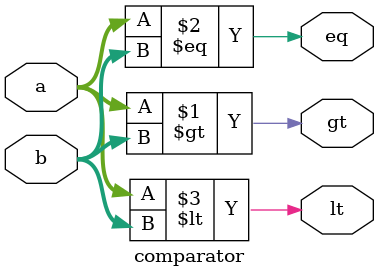
<source format=sv>
module comparator(
    input [3:0] a, b,
    output gt, eq, lt
);
    assign gt = (a > b);
    assign eq = (a == b);
    assign lt = (a < b);  // 关系运算符组合
endmodule
</source>
